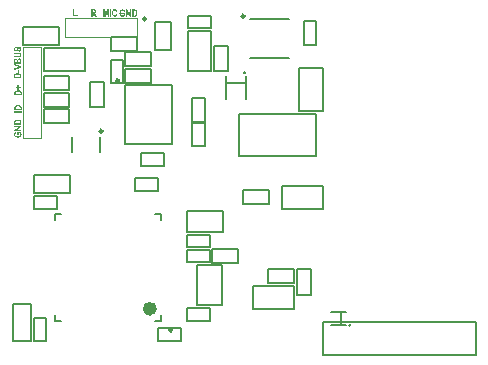
<source format=gto>
G04 Layer_Color=65535*
%FSLAX43Y43*%
%MOMM*%
G71*
G01*
G75*
%ADD13C,0.200*%
%ADD14C,0.250*%
%ADD54C,0.600*%
%ADD55C,0.150*%
%ADD56C,0.100*%
%ADD57C,0.203*%
%ADD58C,0.152*%
G36*
X-44073Y9678D02*
Y9565D01*
X-44698Y9383D01*
Y9495D01*
X-44235Y9625D01*
X-44698Y9749D01*
Y9860D01*
X-44073Y9678D01*
D02*
G37*
G36*
X-39578Y14024D02*
X-39321D01*
Y13919D01*
X-39682D01*
Y14539D01*
X-39578D01*
Y14024D01*
D02*
G37*
G36*
X-37908Y14510D02*
X-37900D01*
X-37882Y14509D01*
X-37863Y14506D01*
X-37843Y14503D01*
X-37825Y14499D01*
X-37816Y14496D01*
X-37809Y14493D01*
X-37807Y14492D01*
X-37802Y14490D01*
X-37796Y14486D01*
X-37788Y14479D01*
X-37778Y14472D01*
X-37769Y14462D01*
X-37759Y14450D01*
X-37750Y14435D01*
X-37749Y14433D01*
X-37746Y14427D01*
X-37742Y14418D01*
X-37738Y14407D01*
X-37734Y14392D01*
X-37730Y14375D01*
X-37728Y14356D01*
X-37727Y14335D01*
Y14334D01*
Y14332D01*
Y14328D01*
X-37728Y14323D01*
Y14317D01*
X-37729Y14309D01*
X-37731Y14292D01*
X-37735Y14274D01*
X-37741Y14255D01*
X-37751Y14235D01*
X-37763Y14217D01*
Y14216D01*
X-37765Y14215D01*
X-37769Y14209D01*
X-37778Y14202D01*
X-37789Y14194D01*
X-37802Y14183D01*
X-37820Y14174D01*
X-37839Y14167D01*
X-37863Y14161D01*
X-37861Y14160D01*
X-37857Y14157D01*
X-37851Y14152D01*
X-37843Y14146D01*
X-37835Y14138D01*
X-37826Y14129D01*
X-37816Y14119D01*
X-37808Y14109D01*
X-37807Y14108D01*
X-37804Y14103D01*
X-37799Y14096D01*
X-37792Y14085D01*
X-37784Y14072D01*
X-37779Y14063D01*
X-37774Y14054D01*
X-37768Y14044D01*
X-37762Y14033D01*
X-37755Y14020D01*
X-37749Y14007D01*
X-37686Y13886D01*
X-37811D01*
X-37885Y14022D01*
Y14023D01*
X-37887Y14025D01*
X-37888Y14029D01*
X-37891Y14034D01*
X-37895Y14039D01*
X-37899Y14046D01*
X-37907Y14060D01*
X-37916Y14076D01*
X-37925Y14092D01*
X-37929Y14098D01*
X-37934Y14104D01*
X-37937Y14109D01*
X-37940Y14113D01*
X-37941Y14114D01*
X-37943Y14116D01*
X-37946Y14120D01*
X-37949Y14123D01*
X-37959Y14132D01*
X-37964Y14136D01*
X-37971Y14139D01*
X-37972D01*
X-37974Y14140D01*
X-37977Y14142D01*
X-37983Y14143D01*
X-37990Y14145D01*
X-37999Y14146D01*
X-38010Y14146D01*
X-38043D01*
Y13886D01*
X-38146D01*
Y14511D01*
X-37914D01*
X-37908Y14510D01*
D02*
G37*
G36*
X-44241Y11337D02*
X-44234Y11336D01*
X-44226Y11335D01*
X-44217Y11333D01*
X-44207Y11331D01*
X-44185Y11326D01*
X-44162Y11317D01*
X-44151Y11311D01*
X-44140Y11304D01*
X-44129Y11296D01*
X-44118Y11287D01*
X-44117Y11286D01*
X-44115Y11284D01*
X-44113Y11281D01*
X-44109Y11278D01*
X-44105Y11272D01*
X-44100Y11266D01*
X-44095Y11257D01*
X-44091Y11249D01*
X-44085Y11239D01*
X-44081Y11227D01*
X-44076Y11214D01*
X-44071Y11200D01*
X-44068Y11184D01*
X-44066Y11168D01*
X-44064Y11150D01*
X-44063Y11131D01*
Y11130D01*
Y11129D01*
Y11126D01*
Y11122D01*
X-44065Y11113D01*
X-44067Y11101D01*
X-44070Y11086D01*
X-44074Y11070D01*
X-44081Y11052D01*
X-44090Y11034D01*
X-44101Y11015D01*
X-44116Y10997D01*
X-44132Y10979D01*
X-44143Y10971D01*
X-44154Y10962D01*
X-44166Y10955D01*
X-44178Y10949D01*
X-44192Y10942D01*
X-44206Y10936D01*
X-44223Y10931D01*
X-44240Y10926D01*
X-44258Y10924D01*
X-44278Y10921D01*
X-44290Y11022D01*
X-44289D01*
X-44284Y11023D01*
X-44279Y11024D01*
X-44271Y11025D01*
X-44262Y11028D01*
X-44252Y11032D01*
X-44241Y11036D01*
X-44230Y11042D01*
X-44218Y11048D01*
X-44207Y11056D01*
X-44197Y11065D01*
X-44188Y11076D01*
X-44181Y11088D01*
X-44175Y11101D01*
X-44170Y11117D01*
X-44169Y11134D01*
Y11134D01*
Y11135D01*
Y11141D01*
X-44170Y11149D01*
X-44172Y11160D01*
X-44175Y11171D01*
X-44180Y11183D01*
X-44185Y11195D01*
X-44193Y11207D01*
X-44194Y11207D01*
X-44198Y11211D01*
X-44204Y11216D01*
X-44210Y11220D01*
X-44219Y11226D01*
X-44230Y11230D01*
X-44242Y11233D01*
X-44255Y11234D01*
X-44258D01*
X-44262Y11233D01*
X-44267D01*
X-44279Y11230D01*
X-44285Y11228D01*
X-44291Y11224D01*
X-44292D01*
X-44293Y11222D01*
X-44299Y11217D01*
X-44303Y11213D01*
X-44307Y11208D01*
X-44311Y11202D01*
X-44315Y11195D01*
X-44316Y11195D01*
X-44316Y11192D01*
X-44319Y11185D01*
X-44323Y11177D01*
X-44325Y11171D01*
X-44327Y11165D01*
X-44329Y11158D01*
X-44332Y11148D01*
X-44336Y11139D01*
X-44340Y11128D01*
X-44343Y11116D01*
X-44347Y11103D01*
Y11102D01*
X-44348Y11100D01*
X-44349Y11097D01*
X-44351Y11092D01*
X-44353Y11086D01*
X-44354Y11081D01*
X-44360Y11066D01*
X-44366Y11050D01*
X-44374Y11034D01*
X-44382Y11019D01*
X-44390Y11006D01*
X-44391Y11005D01*
X-44395Y11001D01*
X-44400Y10996D01*
X-44407Y10988D01*
X-44415Y10981D01*
X-44426Y10973D01*
X-44438Y10964D01*
X-44451Y10957D01*
X-44453Y10956D01*
X-44458Y10954D01*
X-44466Y10951D01*
X-44476Y10949D01*
X-44488Y10945D01*
X-44502Y10942D01*
X-44518Y10940D01*
X-44534Y10939D01*
X-44542D01*
X-44552Y10940D01*
X-44564Y10942D01*
X-44578Y10945D01*
X-44594Y10950D01*
X-44610Y10955D01*
X-44625Y10962D01*
X-44626D01*
X-44627Y10963D01*
X-44632Y10967D01*
X-44639Y10972D01*
X-44648Y10979D01*
X-44659Y10988D01*
X-44669Y10999D01*
X-44679Y11011D01*
X-44687Y11026D01*
Y11027D01*
X-44688Y11028D01*
X-44691Y11034D01*
X-44694Y11043D01*
X-44698Y11055D01*
X-44702Y11070D01*
X-44705Y11086D01*
X-44708Y11107D01*
X-44708Y11128D01*
Y11129D01*
Y11132D01*
Y11136D01*
X-44708Y11143D01*
X-44707Y11150D01*
X-44706Y11159D01*
X-44705Y11169D01*
X-44702Y11180D01*
X-44696Y11202D01*
X-44687Y11226D01*
X-44682Y11237D01*
X-44675Y11249D01*
X-44668Y11259D01*
X-44659Y11269D01*
X-44658Y11270D01*
X-44657Y11271D01*
X-44653Y11274D01*
X-44649Y11278D01*
X-44645Y11281D01*
X-44638Y11286D01*
X-44631Y11291D01*
X-44622Y11295D01*
X-44613Y11300D01*
X-44603Y11305D01*
X-44591Y11310D01*
X-44579Y11314D01*
X-44565Y11318D01*
X-44551Y11320D01*
X-44536Y11323D01*
X-44519Y11324D01*
X-44513Y11220D01*
X-44515D01*
X-44518Y11220D01*
X-44522Y11219D01*
X-44530Y11217D01*
X-44541Y11214D01*
X-44552Y11209D01*
X-44564Y11205D01*
X-44574Y11198D01*
X-44584Y11190D01*
X-44585Y11189D01*
X-44586Y11186D01*
X-44590Y11181D01*
X-44594Y11173D01*
X-44598Y11164D01*
X-44601Y11153D01*
X-44603Y11140D01*
X-44604Y11125D01*
Y11123D01*
Y11119D01*
X-44603Y11110D01*
X-44602Y11101D01*
X-44599Y11091D01*
X-44597Y11081D01*
X-44592Y11070D01*
X-44586Y11060D01*
X-44586Y11060D01*
X-44584Y11057D01*
X-44580Y11053D01*
X-44574Y11049D01*
X-44568Y11046D01*
X-44561Y11042D01*
X-44552Y11039D01*
X-44543Y11038D01*
X-44539D01*
X-44535Y11039D01*
X-44528Y11041D01*
X-44522Y11043D01*
X-44515Y11047D01*
X-44508Y11052D01*
X-44501Y11059D01*
X-44500Y11060D01*
X-44499Y11063D01*
X-44495Y11069D01*
X-44490Y11078D01*
X-44487Y11085D01*
X-44484Y11091D01*
X-44481Y11098D01*
X-44477Y11108D01*
X-44474Y11117D01*
X-44470Y11128D01*
X-44466Y11140D01*
X-44463Y11153D01*
Y11154D01*
X-44462Y11157D01*
X-44461Y11160D01*
X-44459Y11166D01*
X-44456Y11172D01*
X-44454Y11180D01*
X-44448Y11196D01*
X-44440Y11215D01*
X-44433Y11233D01*
X-44424Y11251D01*
X-44419Y11259D01*
X-44414Y11266D01*
X-44414Y11268D01*
X-44410Y11271D01*
X-44405Y11278D01*
X-44398Y11286D01*
X-44389Y11294D01*
X-44377Y11304D01*
X-44365Y11312D01*
X-44351Y11319D01*
X-44349Y11320D01*
X-44343Y11322D01*
X-44335Y11325D01*
X-44324Y11329D01*
X-44310Y11332D01*
X-44293Y11335D01*
X-44275Y11337D01*
X-44255Y11338D01*
X-44247D01*
X-44241Y11337D01*
D02*
G37*
G36*
X-44328Y10838D02*
X-44315D01*
X-44300Y10837D01*
X-44270Y10835D01*
X-44241Y10833D01*
X-44226Y10831D01*
X-44212Y10829D01*
X-44199Y10827D01*
X-44188Y10825D01*
X-44187D01*
X-44185Y10824D01*
X-44182Y10823D01*
X-44179Y10822D01*
X-44169Y10818D01*
X-44156Y10812D01*
X-44142Y10803D01*
X-44126Y10793D01*
X-44111Y10780D01*
X-44097Y10764D01*
Y10763D01*
X-44095Y10762D01*
X-44095Y10759D01*
X-44092Y10755D01*
X-44089Y10751D01*
X-44086Y10745D01*
X-44083Y10738D01*
X-44081Y10730D01*
X-44074Y10713D01*
X-44069Y10692D01*
X-44065Y10668D01*
X-44063Y10640D01*
Y10639D01*
Y10636D01*
Y10632D01*
X-44064Y10627D01*
Y10619D01*
X-44065Y10612D01*
X-44067Y10594D01*
X-44071Y10574D01*
X-44075Y10553D01*
X-44083Y10533D01*
X-44092Y10514D01*
Y10513D01*
X-44093Y10512D01*
X-44097Y10507D01*
X-44104Y10498D01*
X-44113Y10489D01*
X-44124Y10478D01*
X-44138Y10467D01*
X-44154Y10457D01*
X-44172Y10448D01*
X-44173D01*
X-44175Y10448D01*
X-44178Y10447D01*
X-44182Y10446D01*
X-44189Y10444D01*
X-44196Y10442D01*
X-44206Y10440D01*
X-44216Y10439D01*
X-44229Y10437D01*
X-44242Y10435D01*
X-44258Y10434D01*
X-44276Y10432D01*
X-44295Y10431D01*
X-44316Y10430D01*
X-44340Y10429D01*
X-44698D01*
Y10533D01*
X-44334D01*
X-44317Y10533D01*
X-44301D01*
X-44283Y10534D01*
X-44268Y10535D01*
X-44263D01*
X-44257Y10536D01*
X-44255D01*
X-44251Y10538D01*
X-44243Y10540D01*
X-44234Y10543D01*
X-44223Y10547D01*
X-44213Y10553D01*
X-44203Y10559D01*
X-44193Y10569D01*
X-44193Y10570D01*
X-44190Y10573D01*
X-44186Y10579D01*
X-44182Y10587D01*
X-44179Y10596D01*
X-44175Y10608D01*
X-44172Y10622D01*
X-44171Y10637D01*
Y10639D01*
Y10644D01*
X-44172Y10650D01*
X-44173Y10658D01*
X-44175Y10668D01*
X-44178Y10677D01*
X-44181Y10686D01*
X-44187Y10695D01*
X-44188Y10696D01*
X-44190Y10699D01*
X-44193Y10703D01*
X-44198Y10707D01*
X-44205Y10713D01*
X-44212Y10717D01*
X-44220Y10722D01*
X-44230Y10726D01*
X-44232D01*
X-44236Y10728D01*
X-44240D01*
X-44244Y10729D01*
X-44250Y10729D01*
X-44256Y10730D01*
X-44264Y10731D01*
X-44273Y10732D01*
X-44283Y10733D01*
X-44294D01*
X-44306Y10734D01*
X-44320Y10735D01*
X-44698D01*
Y10839D01*
X-44340D01*
X-44328Y10838D01*
D02*
G37*
G36*
X-44243Y10342D02*
X-44237D01*
X-44230Y10341D01*
X-44215Y10339D01*
X-44196Y10335D01*
X-44177Y10329D01*
X-44157Y10321D01*
X-44139Y10310D01*
X-44138D01*
X-44137Y10308D01*
X-44132Y10304D01*
X-44123Y10297D01*
X-44114Y10288D01*
X-44104Y10276D01*
X-44095Y10263D01*
X-44086Y10248D01*
X-44081Y10232D01*
Y10230D01*
X-44080Y10228D01*
Y10226D01*
X-44079Y10221D01*
Y10216D01*
X-44078Y10210D01*
X-44077Y10202D01*
X-44076Y10193D01*
Y10183D01*
X-44075Y10171D01*
X-44074Y10157D01*
Y10142D01*
X-44073Y10126D01*
Y10107D01*
Y10087D01*
Y9913D01*
X-44698D01*
Y10118D01*
Y10119D01*
Y10122D01*
Y10127D01*
Y10132D01*
Y10139D01*
X-44697Y10147D01*
X-44696Y10165D01*
X-44695Y10184D01*
X-44692Y10203D01*
X-44688Y10222D01*
X-44685Y10229D01*
X-44683Y10237D01*
X-44682Y10239D01*
X-44680Y10242D01*
X-44675Y10249D01*
X-44670Y10257D01*
X-44662Y10265D01*
X-44653Y10276D01*
X-44642Y10285D01*
X-44628Y10294D01*
X-44626Y10295D01*
X-44622Y10298D01*
X-44613Y10301D01*
X-44603Y10306D01*
X-44590Y10311D01*
X-44575Y10314D01*
X-44559Y10317D01*
X-44541Y10318D01*
X-44534D01*
X-44524Y10317D01*
X-44514Y10315D01*
X-44501Y10313D01*
X-44487Y10310D01*
X-44473Y10304D01*
X-44459Y10298D01*
X-44457Y10297D01*
X-44453Y10294D01*
X-44447Y10289D01*
X-44438Y10284D01*
X-44430Y10276D01*
X-44421Y10267D01*
X-44413Y10257D01*
X-44405Y10245D01*
Y10246D01*
X-44404Y10247D01*
X-44402Y10252D01*
X-44398Y10261D01*
X-44392Y10272D01*
X-44385Y10283D01*
X-44376Y10295D01*
X-44364Y10307D01*
X-44350Y10317D01*
X-44348Y10318D01*
X-44343Y10321D01*
X-44335Y10325D01*
X-44323Y10330D01*
X-44309Y10335D01*
X-44293Y10339D01*
X-44275Y10342D01*
X-44255Y10343D01*
X-44248D01*
X-44243Y10342D01*
D02*
G37*
G36*
X-35501Y14504D02*
X-35494Y14503D01*
X-35485Y14502D01*
X-35474Y14501D01*
X-35464Y14499D01*
X-35440Y14494D01*
X-35416Y14485D01*
X-35404Y14480D01*
X-35392Y14473D01*
X-35380Y14466D01*
X-35370Y14458D01*
X-35369Y14457D01*
X-35367Y14456D01*
X-35364Y14453D01*
X-35361Y14449D01*
X-35357Y14444D01*
X-35352Y14438D01*
X-35346Y14431D01*
X-35340Y14422D01*
X-35334Y14413D01*
X-35328Y14403D01*
X-35322Y14392D01*
X-35316Y14380D01*
X-35311Y14366D01*
X-35305Y14352D01*
X-35302Y14336D01*
X-35298Y14320D01*
X-35401Y14297D01*
Y14298D01*
X-35401Y14299D01*
X-35403Y14305D01*
X-35406Y14313D01*
X-35411Y14324D01*
X-35416Y14335D01*
X-35424Y14348D01*
X-35433Y14360D01*
X-35443Y14371D01*
X-35444Y14372D01*
X-35449Y14374D01*
X-35455Y14379D01*
X-35463Y14384D01*
X-35474Y14388D01*
X-35487Y14393D01*
X-35500Y14396D01*
X-35516Y14397D01*
X-35523D01*
X-35527Y14396D01*
X-35533Y14395D01*
X-35539Y14394D01*
X-35554Y14390D01*
X-35572Y14384D01*
X-35589Y14374D01*
X-35598Y14369D01*
X-35607Y14362D01*
X-35615Y14354D01*
X-35623Y14345D01*
Y14344D01*
X-35625Y14342D01*
X-35627Y14339D01*
X-35630Y14335D01*
X-35633Y14330D01*
X-35636Y14323D01*
X-35640Y14315D01*
X-35644Y14306D01*
X-35647Y14296D01*
X-35651Y14285D01*
X-35655Y14272D01*
X-35658Y14258D01*
X-35660Y14242D01*
X-35662Y14225D01*
X-35663Y14208D01*
X-35664Y14189D01*
Y14188D01*
Y14184D01*
Y14177D01*
X-35663Y14170D01*
Y14161D01*
X-35661Y14150D01*
X-35660Y14138D01*
X-35658Y14126D01*
X-35653Y14098D01*
X-35646Y14069D01*
X-35634Y14041D01*
X-35628Y14029D01*
X-35621Y14017D01*
X-35620Y14017D01*
X-35619Y14016D01*
X-35613Y14010D01*
X-35605Y14002D01*
X-35594Y13992D01*
X-35579Y13983D01*
X-35560Y13975D01*
X-35540Y13969D01*
X-35529Y13968D01*
X-35517Y13968D01*
X-35511D01*
X-35506Y13968D01*
X-35499Y13969D01*
X-35489Y13971D01*
X-35478Y13973D01*
X-35467Y13977D01*
X-35455Y13981D01*
X-35453Y13982D01*
X-35450Y13984D01*
X-35443Y13987D01*
X-35435Y13992D01*
X-35426Y13997D01*
X-35416Y14004D01*
X-35406Y14011D01*
X-35396Y14020D01*
Y14099D01*
X-35514D01*
Y14204D01*
X-35291D01*
Y13956D01*
X-35293Y13954D01*
X-35298Y13949D01*
X-35305Y13942D01*
X-35316Y13932D01*
X-35330Y13921D01*
X-35346Y13910D01*
X-35365Y13898D01*
X-35388Y13887D01*
X-35389D01*
X-35390Y13886D01*
X-35394Y13884D01*
X-35398Y13882D01*
X-35404Y13881D01*
X-35411Y13879D01*
X-35426Y13873D01*
X-35445Y13869D01*
X-35466Y13864D01*
X-35488Y13860D01*
X-35511Y13859D01*
X-35519D01*
X-35524Y13860D01*
X-35531D01*
X-35538Y13861D01*
X-35548Y13862D01*
X-35557Y13864D01*
X-35577Y13869D01*
X-35600Y13875D01*
X-35623Y13884D01*
X-35646Y13896D01*
X-35646Y13897D01*
X-35648Y13898D01*
X-35651Y13900D01*
X-35655Y13904D01*
X-35666Y13912D01*
X-35679Y13924D01*
X-35694Y13940D01*
X-35709Y13959D01*
X-35724Y13981D01*
X-35738Y14007D01*
Y14008D01*
X-35740Y14011D01*
X-35741Y14015D01*
X-35744Y14020D01*
X-35745Y14028D01*
X-35748Y14036D01*
X-35752Y14046D01*
X-35755Y14057D01*
X-35757Y14069D01*
X-35761Y14083D01*
X-35764Y14097D01*
X-35766Y14113D01*
X-35769Y14146D01*
X-35771Y14182D01*
Y14183D01*
Y14187D01*
Y14192D01*
X-35770Y14200D01*
Y14208D01*
X-35769Y14219D01*
X-35769Y14230D01*
X-35767Y14243D01*
X-35763Y14271D01*
X-35756Y14300D01*
X-35748Y14330D01*
X-35737Y14359D01*
Y14360D01*
X-35735Y14362D01*
X-35733Y14366D01*
X-35731Y14371D01*
X-35728Y14377D01*
X-35723Y14384D01*
X-35713Y14399D01*
X-35700Y14418D01*
X-35685Y14435D01*
X-35668Y14453D01*
X-35648Y14468D01*
X-35647D01*
X-35646Y14470D01*
X-35643Y14471D01*
X-35638Y14473D01*
X-35634Y14476D01*
X-35627Y14480D01*
X-35620Y14483D01*
X-35611Y14486D01*
X-35592Y14493D01*
X-35570Y14499D01*
X-35545Y14503D01*
X-35517Y14505D01*
X-35508D01*
X-35501Y14504D01*
D02*
G37*
G36*
X-34787Y13870D02*
X-34891D01*
X-35097Y14276D01*
Y13870D01*
X-35193D01*
Y14495D01*
X-35094D01*
X-34883Y14077D01*
Y14495D01*
X-34787D01*
Y13870D01*
D02*
G37*
G36*
X-34473Y14494D02*
X-34467D01*
X-34451Y14493D01*
X-34433Y14491D01*
X-34416Y14487D01*
X-34398Y14483D01*
X-34384Y14478D01*
X-34382Y14477D01*
X-34377Y14475D01*
X-34371Y14470D01*
X-34361Y14465D01*
X-34351Y14458D01*
X-34339Y14448D01*
X-34328Y14437D01*
X-34316Y14424D01*
X-34314Y14422D01*
X-34310Y14418D01*
X-34305Y14409D01*
X-34298Y14397D01*
X-34290Y14384D01*
X-34282Y14367D01*
X-34274Y14348D01*
X-34267Y14325D01*
Y14324D01*
X-34266Y14323D01*
X-34265Y14319D01*
X-34264Y14314D01*
X-34263Y14309D01*
X-34261Y14301D01*
X-34260Y14293D01*
X-34258Y14284D01*
X-34257Y14274D01*
X-34255Y14262D01*
X-34253Y14250D01*
X-34252Y14237D01*
X-34250Y14208D01*
X-34249Y14176D01*
Y14175D01*
Y14172D01*
Y14167D01*
Y14162D01*
X-34250Y14155D01*
Y14147D01*
X-34251Y14138D01*
Y14127D01*
X-34254Y14105D01*
X-34257Y14081D01*
X-34261Y14057D01*
X-34268Y14034D01*
Y14033D01*
X-34269Y14031D01*
X-34270Y14029D01*
X-34272Y14024D01*
X-34275Y14013D01*
X-34281Y14000D01*
X-34287Y13984D01*
X-34296Y13968D01*
X-34305Y13953D01*
X-34315Y13939D01*
X-34316Y13937D01*
X-34320Y13933D01*
X-34326Y13927D01*
X-34334Y13919D01*
X-34344Y13911D01*
X-34355Y13903D01*
X-34368Y13894D01*
X-34383Y13887D01*
X-34384Y13886D01*
X-34390Y13884D01*
X-34398Y13882D01*
X-34410Y13879D01*
X-34425Y13875D01*
X-34443Y13872D01*
X-34463Y13870D01*
X-34485Y13870D01*
X-34679D01*
Y14495D01*
X-34479D01*
X-34473Y14494D01*
D02*
G37*
G36*
X-36148Y14520D02*
X-36141Y14519D01*
X-36132Y14518D01*
X-36123Y14516D01*
X-36113Y14513D01*
X-36090Y14506D01*
X-36078Y14501D01*
X-36066Y14496D01*
X-36054Y14489D01*
X-36042Y14480D01*
X-36030Y14471D01*
X-36019Y14461D01*
X-36018D01*
X-36017Y14459D01*
X-36015Y14456D01*
X-36012Y14453D01*
X-36009Y14449D01*
X-36005Y14443D01*
X-36000Y14437D01*
X-35996Y14429D01*
X-35991Y14421D01*
X-35985Y14413D01*
X-35981Y14403D01*
X-35975Y14391D01*
X-35971Y14378D01*
X-35966Y14366D01*
X-35961Y14352D01*
X-35958Y14337D01*
X-36060Y14307D01*
Y14308D01*
X-36061Y14309D01*
Y14312D01*
X-36062Y14316D01*
X-36065Y14325D01*
X-36069Y14336D01*
X-36074Y14349D01*
X-36082Y14362D01*
X-36090Y14374D01*
X-36100Y14385D01*
X-36101Y14386D01*
X-36105Y14390D01*
X-36111Y14394D01*
X-36119Y14399D01*
X-36130Y14404D01*
X-36141Y14408D01*
X-36154Y14412D01*
X-36168Y14413D01*
X-36174D01*
X-36178Y14412D01*
X-36188Y14410D01*
X-36201Y14406D01*
X-36216Y14401D01*
X-36231Y14391D01*
X-36239Y14386D01*
X-36246Y14379D01*
X-36254Y14372D01*
X-36261Y14363D01*
Y14362D01*
X-36263Y14361D01*
X-36264Y14357D01*
X-36266Y14354D01*
X-36269Y14348D01*
X-36272Y14342D01*
X-36275Y14333D01*
X-36278Y14324D01*
X-36282Y14314D01*
X-36285Y14302D01*
X-36288Y14288D01*
X-36291Y14273D01*
X-36292Y14257D01*
X-36294Y14240D01*
X-36296Y14220D01*
Y14200D01*
Y14199D01*
Y14194D01*
Y14189D01*
X-36295Y14181D01*
Y14171D01*
X-36294Y14160D01*
X-36293Y14148D01*
X-36291Y14135D01*
X-36288Y14108D01*
X-36281Y14080D01*
X-36278Y14067D01*
X-36273Y14054D01*
X-36267Y14043D01*
X-36262Y14033D01*
Y14032D01*
X-36260Y14031D01*
X-36255Y14025D01*
X-36248Y14017D01*
X-36237Y14009D01*
X-36224Y13999D01*
X-36209Y13991D01*
X-36191Y13986D01*
X-36181Y13985D01*
X-36171Y13984D01*
X-36169D01*
X-36165Y13985D01*
X-36156Y13986D01*
X-36147Y13987D01*
X-36136Y13991D01*
X-36124Y13997D01*
X-36112Y14005D01*
X-36101Y14015D01*
X-36100Y14017D01*
X-36096Y14022D01*
X-36091Y14029D01*
X-36084Y14040D01*
X-36077Y14054D01*
X-36070Y14072D01*
X-36063Y14092D01*
X-36058Y14117D01*
X-35957Y14078D01*
Y14077D01*
X-35958Y14073D01*
X-35960Y14068D01*
X-35961Y14060D01*
X-35964Y14052D01*
X-35967Y14042D01*
X-35971Y14031D01*
X-35975Y14019D01*
X-35986Y13994D01*
X-36000Y13968D01*
X-36016Y13944D01*
X-36025Y13934D01*
X-36035Y13924D01*
X-36036Y13923D01*
X-36038Y13922D01*
X-36041Y13919D01*
X-36046Y13916D01*
X-36050Y13913D01*
X-36057Y13909D01*
X-36064Y13904D01*
X-36072Y13900D01*
X-36082Y13895D01*
X-36092Y13890D01*
X-36115Y13883D01*
X-36141Y13877D01*
X-36155Y13876D01*
X-36169Y13876D01*
X-36174D01*
X-36179Y13876D01*
X-36186D01*
X-36194Y13878D01*
X-36205Y13879D01*
X-36216Y13882D01*
X-36228Y13885D01*
X-36241Y13889D01*
X-36254Y13894D01*
X-36266Y13900D01*
X-36280Y13908D01*
X-36294Y13917D01*
X-36307Y13927D01*
X-36320Y13938D01*
X-36332Y13952D01*
X-36333Y13953D01*
X-36335Y13956D01*
X-36339Y13962D01*
X-36343Y13969D01*
X-36349Y13977D01*
X-36354Y13988D01*
X-36361Y14001D01*
X-36367Y14016D01*
X-36375Y14032D01*
X-36381Y14050D01*
X-36387Y14070D01*
X-36392Y14091D01*
X-36397Y14114D01*
X-36401Y14139D01*
X-36402Y14165D01*
X-36403Y14193D01*
Y14194D01*
Y14194D01*
Y14200D01*
X-36402Y14208D01*
Y14219D01*
X-36401Y14232D01*
X-36400Y14248D01*
X-36397Y14265D01*
X-36394Y14283D01*
X-36390Y14304D01*
X-36386Y14324D01*
X-36380Y14344D01*
X-36373Y14366D01*
X-36364Y14386D01*
X-36355Y14405D01*
X-36344Y14425D01*
X-36331Y14442D01*
X-36330Y14443D01*
X-36328Y14446D01*
X-36325Y14450D01*
X-36320Y14454D01*
X-36314Y14461D01*
X-36306Y14467D01*
X-36297Y14475D01*
X-36287Y14482D01*
X-36276Y14489D01*
X-36263Y14496D01*
X-36249Y14502D01*
X-36234Y14509D01*
X-36217Y14513D01*
X-36201Y14517D01*
X-36182Y14520D01*
X-36163Y14521D01*
X-36155D01*
X-36148Y14520D01*
D02*
G37*
G36*
X-36686Y13886D02*
X-36782D01*
Y14378D01*
X-36886Y13886D01*
X-36985D01*
X-37087Y14378D01*
Y13886D01*
X-37183D01*
Y14511D01*
X-37028D01*
X-36935Y14083D01*
X-36842Y14511D01*
X-36686D01*
Y13886D01*
D02*
G37*
G36*
X-36484D02*
X-36587D01*
Y14511D01*
X-36484D01*
Y13886D01*
D02*
G37*
G36*
X-44327Y7645D02*
X-44319D01*
X-44309Y7644D01*
X-44299D01*
X-44277Y7641D01*
X-44253Y7638D01*
X-44229Y7634D01*
X-44206Y7627D01*
X-44205D01*
X-44203Y7626D01*
X-44200Y7625D01*
X-44196Y7624D01*
X-44185Y7620D01*
X-44172Y7614D01*
X-44156Y7608D01*
X-44140Y7600D01*
X-44125Y7590D01*
X-44111Y7580D01*
X-44109Y7579D01*
X-44105Y7575D01*
X-44099Y7569D01*
X-44091Y7562D01*
X-44083Y7551D01*
X-44075Y7540D01*
X-44066Y7527D01*
X-44059Y7513D01*
X-44058Y7511D01*
X-44056Y7505D01*
X-44053Y7497D01*
X-44051Y7485D01*
X-44047Y7470D01*
X-44044Y7452D01*
X-44042Y7432D01*
X-44041Y7410D01*
Y7216D01*
X-44666D01*
Y7404D01*
Y7405D01*
Y7407D01*
Y7411D01*
Y7416D01*
X-44665Y7422D01*
Y7428D01*
X-44664Y7444D01*
X-44663Y7462D01*
X-44659Y7479D01*
X-44655Y7497D01*
X-44650Y7512D01*
X-44649Y7514D01*
X-44647Y7518D01*
X-44642Y7525D01*
X-44637Y7534D01*
X-44629Y7544D01*
X-44620Y7556D01*
X-44609Y7567D01*
X-44596Y7579D01*
X-44594Y7581D01*
X-44590Y7585D01*
X-44581Y7590D01*
X-44569Y7597D01*
X-44555Y7605D01*
X-44539Y7613D01*
X-44519Y7621D01*
X-44497Y7628D01*
X-44496D01*
X-44494Y7629D01*
X-44491Y7630D01*
X-44486Y7631D01*
X-44480Y7632D01*
X-44473Y7634D01*
X-44465Y7636D01*
X-44456Y7637D01*
X-44445Y7638D01*
X-44434Y7640D01*
X-44422Y7642D01*
X-44408Y7643D01*
X-44380Y7645D01*
X-44347Y7646D01*
X-44333D01*
X-44327Y7645D01*
D02*
G37*
G36*
X-44260Y9147D02*
X-44381D01*
Y9341D01*
X-44260D01*
Y9147D01*
D02*
G37*
G36*
X-44073Y4524D02*
X-44480Y4318D01*
X-44073D01*
Y4222D01*
X-44698D01*
Y4321D01*
X-44280Y4532D01*
X-44698D01*
Y4628D01*
X-44073D01*
Y4524D01*
D02*
G37*
G36*
X-44157Y4122D02*
X-44153Y4117D01*
X-44145Y4110D01*
X-44136Y4099D01*
X-44125Y4085D01*
X-44114Y4069D01*
X-44102Y4050D01*
X-44091Y4027D01*
Y4026D01*
X-44090Y4025D01*
X-44088Y4021D01*
X-44086Y4017D01*
X-44084Y4011D01*
X-44083Y4004D01*
X-44077Y3989D01*
X-44072Y3970D01*
X-44068Y3949D01*
X-44064Y3927D01*
X-44063Y3903D01*
Y3903D01*
Y3900D01*
Y3896D01*
X-44064Y3891D01*
Y3884D01*
X-44065Y3877D01*
X-44066Y3867D01*
X-44068Y3858D01*
X-44072Y3838D01*
X-44079Y3815D01*
X-44088Y3792D01*
X-44100Y3769D01*
X-44101Y3768D01*
X-44102Y3767D01*
X-44104Y3764D01*
X-44108Y3760D01*
X-44116Y3749D01*
X-44128Y3736D01*
X-44144Y3721D01*
X-44163Y3706D01*
X-44185Y3691D01*
X-44211Y3677D01*
X-44212D01*
X-44215Y3675D01*
X-44218Y3674D01*
X-44224Y3671D01*
X-44231Y3670D01*
X-44240Y3667D01*
X-44250Y3663D01*
X-44261Y3660D01*
X-44273Y3658D01*
X-44287Y3654D01*
X-44301Y3651D01*
X-44316Y3649D01*
X-44350Y3646D01*
X-44386Y3644D01*
X-44396D01*
X-44403Y3645D01*
X-44412D01*
X-44423Y3646D01*
X-44434Y3646D01*
X-44447Y3648D01*
X-44475Y3652D01*
X-44504Y3658D01*
X-44534Y3667D01*
X-44562Y3678D01*
X-44563D01*
X-44566Y3680D01*
X-44570Y3682D01*
X-44574Y3684D01*
X-44581Y3687D01*
X-44587Y3692D01*
X-44603Y3702D01*
X-44622Y3715D01*
X-44639Y3730D01*
X-44657Y3747D01*
X-44671Y3767D01*
Y3768D01*
X-44673Y3769D01*
X-44675Y3772D01*
X-44677Y3777D01*
X-44680Y3781D01*
X-44684Y3788D01*
X-44686Y3795D01*
X-44690Y3804D01*
X-44696Y3823D01*
X-44703Y3845D01*
X-44707Y3870D01*
X-44708Y3898D01*
Y3899D01*
Y3902D01*
Y3907D01*
X-44708Y3914D01*
X-44707Y3921D01*
X-44706Y3930D01*
X-44705Y3940D01*
X-44703Y3951D01*
X-44697Y3975D01*
X-44689Y3999D01*
X-44684Y4011D01*
X-44677Y4023D01*
X-44670Y4035D01*
X-44661Y4045D01*
X-44660Y4046D01*
X-44659Y4048D01*
X-44657Y4050D01*
X-44653Y4054D01*
X-44647Y4058D01*
X-44642Y4063D01*
X-44635Y4069D01*
X-44626Y4075D01*
X-44617Y4081D01*
X-44607Y4087D01*
X-44596Y4093D01*
X-44584Y4099D01*
X-44570Y4104D01*
X-44556Y4110D01*
X-44540Y4113D01*
X-44524Y4117D01*
X-44500Y4014D01*
X-44501D01*
X-44502Y4013D01*
X-44509Y4012D01*
X-44517Y4009D01*
X-44528Y4004D01*
X-44539Y3999D01*
X-44552Y3991D01*
X-44564Y3982D01*
X-44574Y3972D01*
X-44575Y3971D01*
X-44578Y3966D01*
X-44583Y3960D01*
X-44587Y3952D01*
X-44592Y3940D01*
X-44597Y3928D01*
X-44599Y3915D01*
X-44600Y3899D01*
Y3898D01*
Y3896D01*
Y3892D01*
X-44599Y3888D01*
X-44598Y3882D01*
X-44598Y3876D01*
X-44594Y3861D01*
X-44587Y3843D01*
X-44578Y3826D01*
X-44573Y3817D01*
X-44566Y3808D01*
X-44558Y3800D01*
X-44549Y3792D01*
X-44548D01*
X-44546Y3790D01*
X-44543Y3788D01*
X-44539Y3785D01*
X-44534Y3782D01*
X-44527Y3779D01*
X-44519Y3775D01*
X-44510Y3771D01*
X-44500Y3768D01*
X-44488Y3764D01*
X-44475Y3760D01*
X-44462Y3757D01*
X-44446Y3755D01*
X-44429Y3753D01*
X-44412Y3752D01*
X-44392Y3751D01*
X-44381D01*
X-44374Y3752D01*
X-44365D01*
X-44353Y3754D01*
X-44341Y3755D01*
X-44329Y3756D01*
X-44302Y3762D01*
X-44273Y3769D01*
X-44245Y3780D01*
X-44233Y3787D01*
X-44221Y3794D01*
X-44220Y3795D01*
X-44219Y3796D01*
X-44214Y3802D01*
X-44206Y3810D01*
X-44196Y3821D01*
X-44187Y3836D01*
X-44179Y3854D01*
X-44173Y3875D01*
X-44172Y3886D01*
X-44171Y3898D01*
Y3899D01*
Y3903D01*
X-44172Y3909D01*
X-44173Y3916D01*
X-44175Y3926D01*
X-44177Y3937D01*
X-44181Y3948D01*
X-44185Y3960D01*
X-44186Y3962D01*
X-44188Y3965D01*
X-44191Y3972D01*
X-44195Y3980D01*
X-44201Y3989D01*
X-44207Y3999D01*
X-44215Y4009D01*
X-44224Y4019D01*
X-44303D01*
Y3901D01*
X-44408D01*
Y4124D01*
X-44159D01*
X-44157Y4122D01*
D02*
G37*
G36*
X-44327Y6387D02*
X-44319D01*
X-44309Y6386D01*
X-44299D01*
X-44277Y6383D01*
X-44253Y6380D01*
X-44229Y6376D01*
X-44206Y6369D01*
X-44205D01*
X-44203Y6368D01*
X-44200Y6367D01*
X-44196Y6365D01*
X-44185Y6362D01*
X-44172Y6356D01*
X-44156Y6350D01*
X-44140Y6341D01*
X-44125Y6332D01*
X-44111Y6322D01*
X-44109Y6321D01*
X-44105Y6317D01*
X-44099Y6311D01*
X-44091Y6303D01*
X-44083Y6293D01*
X-44075Y6282D01*
X-44066Y6269D01*
X-44059Y6254D01*
X-44058Y6253D01*
X-44056Y6247D01*
X-44053Y6239D01*
X-44051Y6227D01*
X-44047Y6212D01*
X-44044Y6194D01*
X-44042Y6174D01*
X-44041Y6152D01*
Y5958D01*
X-44666D01*
Y6146D01*
Y6147D01*
Y6149D01*
Y6153D01*
Y6158D01*
X-44665Y6164D01*
Y6170D01*
X-44664Y6186D01*
X-44663Y6204D01*
X-44659Y6221D01*
X-44655Y6239D01*
X-44650Y6253D01*
X-44649Y6255D01*
X-44647Y6260D01*
X-44642Y6266D01*
X-44637Y6276D01*
X-44629Y6286D01*
X-44620Y6298D01*
X-44609Y6309D01*
X-44596Y6321D01*
X-44594Y6323D01*
X-44590Y6326D01*
X-44581Y6332D01*
X-44569Y6339D01*
X-44555Y6347D01*
X-44539Y6355D01*
X-44519Y6363D01*
X-44497Y6370D01*
X-44496D01*
X-44494Y6371D01*
X-44491Y6372D01*
X-44486Y6373D01*
X-44480Y6374D01*
X-44473Y6376D01*
X-44465Y6377D01*
X-44456Y6379D01*
X-44445Y6380D01*
X-44434Y6382D01*
X-44422Y6384D01*
X-44408Y6385D01*
X-44380Y6387D01*
X-44347Y6388D01*
X-44333D01*
X-44327Y6387D01*
D02*
G37*
G36*
X-44041Y5756D02*
X-44666D01*
Y5860D01*
X-44041D01*
Y5756D01*
D02*
G37*
G36*
X-44380Y9089D02*
X-44371D01*
X-44362Y9088D01*
X-44352D01*
X-44330Y9085D01*
X-44306Y9083D01*
X-44282Y9078D01*
X-44259Y9071D01*
X-44258D01*
X-44256Y9071D01*
X-44253Y9070D01*
X-44248Y9068D01*
X-44237Y9064D01*
X-44224Y9058D01*
X-44209Y9052D01*
X-44193Y9044D01*
X-44177Y9034D01*
X-44163Y9024D01*
X-44162Y9023D01*
X-44158Y9020D01*
X-44151Y9013D01*
X-44144Y9006D01*
X-44136Y8996D01*
X-44127Y8985D01*
X-44119Y8972D01*
X-44112Y8957D01*
X-44111Y8955D01*
X-44109Y8949D01*
X-44106Y8941D01*
X-44103Y8929D01*
X-44100Y8914D01*
X-44097Y8897D01*
X-44095Y8876D01*
X-44094Y8854D01*
Y8660D01*
X-44719D01*
Y8849D01*
Y8850D01*
Y8851D01*
Y8855D01*
Y8861D01*
X-44718Y8866D01*
Y8873D01*
X-44717Y8888D01*
X-44715Y8906D01*
X-44712Y8923D01*
X-44708Y8941D01*
X-44702Y8956D01*
X-44701Y8958D01*
X-44700Y8962D01*
X-44695Y8969D01*
X-44689Y8978D01*
X-44682Y8988D01*
X-44673Y9000D01*
X-44662Y9011D01*
X-44649Y9023D01*
X-44647Y9025D01*
X-44642Y9029D01*
X-44634Y9034D01*
X-44622Y9041D01*
X-44608Y9049D01*
X-44591Y9058D01*
X-44572Y9065D01*
X-44550Y9072D01*
X-44549D01*
X-44547Y9073D01*
X-44543Y9074D01*
X-44539Y9075D01*
X-44533Y9076D01*
X-44526Y9078D01*
X-44518Y9080D01*
X-44508Y9082D01*
X-44498Y9083D01*
X-44487Y9084D01*
X-44475Y9086D01*
X-44461Y9087D01*
X-44432Y9089D01*
X-44400Y9090D01*
X-44386D01*
X-44380Y9089D01*
D02*
G37*
G36*
X-44294Y7934D02*
X-44131D01*
Y7845D01*
X-44294D01*
Y7710D01*
X-44406D01*
Y7845D01*
X-44568D01*
Y7934D01*
X-44406D01*
Y8069D01*
X-44294D01*
Y7934D01*
D02*
G37*
G36*
X-44359Y5165D02*
X-44351D01*
X-44341Y5164D01*
X-44331D01*
X-44309Y5161D01*
X-44285Y5158D01*
X-44261Y5153D01*
X-44238Y5147D01*
X-44237D01*
X-44235Y5146D01*
X-44232Y5145D01*
X-44228Y5143D01*
X-44217Y5140D01*
X-44204Y5134D01*
X-44188Y5128D01*
X-44172Y5119D01*
X-44157Y5110D01*
X-44143Y5100D01*
X-44141Y5099D01*
X-44137Y5095D01*
X-44131Y5089D01*
X-44123Y5081D01*
X-44115Y5071D01*
X-44107Y5060D01*
X-44098Y5047D01*
X-44091Y5032D01*
X-44090Y5031D01*
X-44088Y5025D01*
X-44085Y5017D01*
X-44083Y5005D01*
X-44079Y4990D01*
X-44076Y4972D01*
X-44074Y4952D01*
X-44073Y4930D01*
Y4736D01*
X-44698D01*
Y4924D01*
Y4925D01*
Y4927D01*
Y4931D01*
Y4936D01*
X-44697Y4942D01*
Y4948D01*
X-44696Y4964D01*
X-44695Y4982D01*
X-44691Y4999D01*
X-44687Y5017D01*
X-44682Y5031D01*
X-44681Y5033D01*
X-44679Y5038D01*
X-44674Y5044D01*
X-44669Y5054D01*
X-44661Y5064D01*
X-44652Y5076D01*
X-44641Y5087D01*
X-44628Y5099D01*
X-44626Y5101D01*
X-44622Y5104D01*
X-44613Y5110D01*
X-44601Y5116D01*
X-44587Y5125D01*
X-44571Y5133D01*
X-44551Y5141D01*
X-44529Y5148D01*
X-44528D01*
X-44526Y5149D01*
X-44523Y5150D01*
X-44518Y5151D01*
X-44512Y5152D01*
X-44505Y5153D01*
X-44497Y5155D01*
X-44487Y5157D01*
X-44477Y5158D01*
X-44466Y5160D01*
X-44454Y5162D01*
X-44440Y5163D01*
X-44412Y5165D01*
X-44379Y5165D01*
X-44365D01*
X-44359Y5165D01*
D02*
G37*
%LPC*%
G36*
X-37939Y14405D02*
X-38043D01*
Y14246D01*
X-37944D01*
X-37929Y14247D01*
X-37914D01*
X-37900Y14249D01*
X-37887Y14250D01*
X-37882Y14251D01*
X-37877Y14252D01*
X-37876D01*
X-37874Y14253D01*
X-37871Y14255D01*
X-37866Y14257D01*
X-37861Y14261D01*
X-37856Y14265D01*
X-37851Y14270D01*
X-37846Y14277D01*
X-37845Y14278D01*
X-37844Y14280D01*
X-37842Y14284D01*
X-37839Y14291D01*
X-37838Y14297D01*
X-37836Y14306D01*
X-37835Y14316D01*
X-37834Y14327D01*
Y14328D01*
Y14331D01*
X-37835Y14337D01*
X-37836Y14344D01*
X-37839Y14360D01*
X-37842Y14367D01*
X-37846Y14375D01*
X-37847Y14376D01*
X-37848Y14378D01*
X-37851Y14381D01*
X-37854Y14385D01*
X-37859Y14389D01*
X-37864Y14393D01*
X-37871Y14397D01*
X-37878Y14400D01*
X-37879D01*
X-37882Y14401D01*
X-37887Y14402D01*
X-37894Y14403D01*
X-37900Y14403D01*
X-37905D01*
X-37913Y14404D01*
X-37929D01*
X-37939Y14405D01*
D02*
G37*
G36*
X-44260Y10236D02*
X-44266D01*
X-44271Y10235D01*
X-44278Y10234D01*
X-44286Y10232D01*
X-44294Y10230D01*
X-44303Y10227D01*
X-44310Y10222D01*
X-44311Y10221D01*
X-44314Y10219D01*
X-44316Y10216D01*
X-44321Y10213D01*
X-44326Y10208D01*
X-44330Y10202D01*
X-44334Y10195D01*
X-44338Y10188D01*
Y10187D01*
X-44339Y10183D01*
X-44340Y10178D01*
X-44342Y10169D01*
X-44343Y10157D01*
X-44345Y10141D01*
Y10133D01*
X-44346Y10123D01*
Y10112D01*
Y10100D01*
Y10017D01*
X-44179D01*
Y10112D01*
Y10113D01*
Y10115D01*
Y10117D01*
Y10122D01*
Y10133D01*
X-44180Y10145D01*
X-44181Y10159D01*
X-44181Y10172D01*
X-44183Y10184D01*
X-44184Y10189D01*
X-44185Y10192D01*
Y10193D01*
X-44186Y10195D01*
X-44188Y10199D01*
X-44191Y10203D01*
X-44194Y10208D01*
X-44199Y10213D01*
X-44205Y10218D01*
X-44211Y10223D01*
X-44212Y10224D01*
X-44215Y10225D01*
X-44218Y10227D01*
X-44225Y10229D01*
X-44231Y10232D01*
X-44240Y10234D01*
X-44250Y10235D01*
X-44260Y10236D01*
D02*
G37*
G36*
X-44524Y10217D02*
X-44528D01*
X-44533Y10216D01*
X-44539Y10215D01*
X-44553Y10212D01*
X-44561Y10209D01*
X-44567Y10204D01*
X-44568Y10203D01*
X-44570Y10202D01*
X-44573Y10200D01*
X-44576Y10196D01*
X-44584Y10187D01*
X-44587Y10181D01*
X-44589Y10175D01*
Y10174D01*
X-44590Y10171D01*
X-44591Y10166D01*
Y10161D01*
X-44592Y10156D01*
Y10151D01*
Y10143D01*
X-44593Y10135D01*
Y10126D01*
X-44594Y10116D01*
Y10104D01*
Y10091D01*
Y10076D01*
Y10017D01*
X-44451D01*
Y10084D01*
Y10085D01*
Y10087D01*
Y10090D01*
Y10094D01*
Y10104D01*
Y10117D01*
X-44451Y10130D01*
Y10142D01*
Y10153D01*
X-44452Y10157D01*
Y10161D01*
Y10162D01*
X-44453Y10166D01*
X-44454Y10170D01*
X-44456Y10176D01*
X-44459Y10182D01*
X-44463Y10189D01*
X-44468Y10196D01*
X-44474Y10202D01*
X-44475Y10202D01*
X-44477Y10204D01*
X-44481Y10206D01*
X-44487Y10210D01*
X-44494Y10213D01*
X-44502Y10215D01*
X-44512Y10216D01*
X-44524Y10217D01*
D02*
G37*
G36*
X-34508Y14389D02*
X-34576D01*
Y13975D01*
X-34491D01*
X-34482Y13976D01*
X-34471D01*
X-34459Y13977D01*
X-34447Y13979D01*
X-34436Y13981D01*
X-34427Y13984D01*
X-34426Y13985D01*
X-34423Y13986D01*
X-34420Y13988D01*
X-34414Y13992D01*
X-34402Y14000D01*
X-34391Y14012D01*
X-34390Y14013D01*
X-34388Y14016D01*
X-34385Y14020D01*
X-34383Y14027D01*
X-34379Y14035D01*
X-34374Y14045D01*
X-34371Y14058D01*
X-34367Y14072D01*
Y14073D01*
X-34366Y14074D01*
X-34365Y14079D01*
X-34363Y14089D01*
X-34361Y14101D01*
X-34359Y14116D01*
X-34359Y14135D01*
X-34357Y14156D01*
Y14180D01*
Y14181D01*
Y14183D01*
Y14187D01*
Y14191D01*
Y14198D01*
X-34358Y14204D01*
Y14220D01*
X-34359Y14238D01*
X-34361Y14255D01*
X-34363Y14274D01*
X-34367Y14289D01*
Y14290D01*
Y14291D01*
X-34369Y14296D01*
X-34371Y14303D01*
X-34374Y14312D01*
X-34378Y14323D01*
X-34384Y14334D01*
X-34389Y14344D01*
X-34396Y14353D01*
X-34397Y14354D01*
X-34400Y14357D01*
X-34405Y14360D01*
X-34410Y14366D01*
X-34418Y14371D01*
X-34426Y14376D01*
X-34435Y14380D01*
X-34445Y14384D01*
X-34446D01*
X-34450Y14385D01*
X-34456Y14385D01*
X-34464Y14386D01*
X-34476Y14387D01*
X-34490Y14388D01*
X-34508Y14389D01*
D02*
G37*
G36*
X-44328Y7538D02*
X-44370D01*
X-44376Y7538D01*
X-44392D01*
X-44409Y7536D01*
X-44427Y7534D01*
X-44445Y7532D01*
X-44461Y7528D01*
X-44463D01*
X-44468Y7526D01*
X-44475Y7525D01*
X-44484Y7521D01*
X-44494Y7517D01*
X-44505Y7512D01*
X-44516Y7506D01*
X-44525Y7499D01*
X-44526Y7498D01*
X-44529Y7495D01*
X-44532Y7490D01*
X-44538Y7485D01*
X-44542Y7477D01*
X-44548Y7469D01*
X-44552Y7460D01*
X-44555Y7450D01*
Y7449D01*
X-44556Y7445D01*
X-44557Y7440D01*
X-44558Y7431D01*
X-44559Y7419D01*
X-44560Y7405D01*
X-44561Y7387D01*
Y7377D01*
Y7366D01*
Y7319D01*
X-44147D01*
Y7396D01*
Y7397D01*
Y7398D01*
Y7401D01*
Y7404D01*
X-44148Y7413D01*
Y7424D01*
X-44149Y7436D01*
X-44150Y7448D01*
X-44153Y7459D01*
X-44156Y7468D01*
X-44157Y7469D01*
X-44158Y7472D01*
X-44160Y7476D01*
X-44163Y7481D01*
X-44172Y7493D01*
X-44184Y7504D01*
X-44185Y7505D01*
X-44187Y7507D01*
X-44192Y7510D01*
X-44198Y7513D01*
X-44207Y7516D01*
X-44217Y7521D01*
X-44230Y7525D01*
X-44244Y7528D01*
X-44245D01*
X-44246Y7529D01*
X-44251Y7530D01*
X-44260Y7532D01*
X-44272Y7534D01*
X-44288Y7536D01*
X-44307Y7537D01*
X-44328Y7538D01*
D02*
G37*
G36*
Y6280D02*
X-44370D01*
X-44376Y6279D01*
X-44392D01*
X-44409Y6278D01*
X-44427Y6276D01*
X-44445Y6274D01*
X-44461Y6270D01*
X-44463D01*
X-44468Y6268D01*
X-44475Y6266D01*
X-44484Y6263D01*
X-44494Y6259D01*
X-44505Y6253D01*
X-44516Y6248D01*
X-44525Y6241D01*
X-44526Y6240D01*
X-44529Y6237D01*
X-44532Y6232D01*
X-44538Y6227D01*
X-44542Y6219D01*
X-44548Y6211D01*
X-44552Y6202D01*
X-44555Y6192D01*
Y6191D01*
X-44556Y6187D01*
X-44557Y6181D01*
X-44558Y6173D01*
X-44559Y6161D01*
X-44560Y6147D01*
X-44561Y6129D01*
Y6118D01*
Y6107D01*
Y6061D01*
X-44147D01*
Y6138D01*
Y6139D01*
Y6140D01*
Y6143D01*
Y6146D01*
X-44148Y6155D01*
Y6166D01*
X-44149Y6178D01*
X-44150Y6190D01*
X-44153Y6201D01*
X-44156Y6210D01*
X-44157Y6211D01*
X-44158Y6214D01*
X-44160Y6217D01*
X-44163Y6223D01*
X-44172Y6235D01*
X-44184Y6246D01*
X-44185Y6247D01*
X-44187Y6249D01*
X-44192Y6252D01*
X-44198Y6254D01*
X-44207Y6258D01*
X-44217Y6263D01*
X-44230Y6266D01*
X-44244Y6270D01*
X-44245D01*
X-44246Y6271D01*
X-44251Y6272D01*
X-44260Y6274D01*
X-44272Y6276D01*
X-44288Y6278D01*
X-44307Y6278D01*
X-44328Y6280D01*
D02*
G37*
G36*
X-44381Y8983D02*
X-44422D01*
X-44429Y8982D01*
X-44444D01*
X-44462Y8980D01*
X-44480Y8978D01*
X-44498Y8976D01*
X-44514Y8972D01*
X-44516D01*
X-44520Y8971D01*
X-44528Y8969D01*
X-44537Y8965D01*
X-44547Y8961D01*
X-44558Y8956D01*
X-44568Y8950D01*
X-44578Y8943D01*
X-44579Y8942D01*
X-44581Y8939D01*
X-44585Y8935D01*
X-44591Y8929D01*
X-44595Y8922D01*
X-44601Y8913D01*
X-44604Y8904D01*
X-44608Y8894D01*
Y8893D01*
X-44609Y8889D01*
X-44610Y8884D01*
X-44611Y8875D01*
X-44612Y8863D01*
X-44613Y8850D01*
X-44614Y8831D01*
Y8821D01*
Y8810D01*
Y8764D01*
X-44199D01*
Y8840D01*
Y8841D01*
Y8842D01*
Y8845D01*
Y8849D01*
X-44200Y8857D01*
Y8868D01*
X-44201Y8880D01*
X-44203Y8892D01*
X-44206Y8903D01*
X-44209Y8912D01*
X-44210Y8913D01*
X-44211Y8916D01*
X-44212Y8920D01*
X-44216Y8925D01*
X-44224Y8937D01*
X-44236Y8948D01*
X-44237Y8949D01*
X-44240Y8951D01*
X-44245Y8954D01*
X-44251Y8957D01*
X-44260Y8960D01*
X-44270Y8965D01*
X-44283Y8969D01*
X-44297Y8972D01*
X-44297D01*
X-44298Y8973D01*
X-44304Y8974D01*
X-44313Y8976D01*
X-44325Y8978D01*
X-44341Y8980D01*
X-44359Y8981D01*
X-44381Y8983D01*
D02*
G37*
G36*
X-44360Y5058D02*
X-44402D01*
X-44408Y5057D01*
X-44424D01*
X-44441Y5055D01*
X-44459Y5054D01*
X-44477Y5052D01*
X-44493Y5048D01*
X-44495D01*
X-44500Y5046D01*
X-44507Y5044D01*
X-44516Y5041D01*
X-44526Y5037D01*
X-44537Y5031D01*
X-44548Y5026D01*
X-44557Y5018D01*
X-44558Y5018D01*
X-44561Y5015D01*
X-44564Y5010D01*
X-44570Y5005D01*
X-44574Y4997D01*
X-44580Y4989D01*
X-44584Y4980D01*
X-44587Y4969D01*
Y4969D01*
X-44588Y4965D01*
X-44589Y4959D01*
X-44590Y4951D01*
X-44591Y4939D01*
X-44592Y4925D01*
X-44593Y4907D01*
Y4896D01*
Y4885D01*
Y4839D01*
X-44179D01*
Y4916D01*
Y4917D01*
Y4918D01*
Y4920D01*
Y4924D01*
X-44180Y4932D01*
Y4944D01*
X-44181Y4956D01*
X-44182Y4968D01*
X-44185Y4979D01*
X-44188Y4988D01*
X-44189Y4989D01*
X-44190Y4992D01*
X-44192Y4995D01*
X-44195Y5001D01*
X-44204Y5013D01*
X-44216Y5024D01*
X-44217Y5025D01*
X-44219Y5027D01*
X-44224Y5030D01*
X-44230Y5032D01*
X-44239Y5036D01*
X-44249Y5041D01*
X-44262Y5044D01*
X-44276Y5048D01*
X-44277D01*
X-44278Y5049D01*
X-44283Y5050D01*
X-44292Y5052D01*
X-44304Y5054D01*
X-44320Y5055D01*
X-44339Y5056D01*
X-44360Y5058D01*
D02*
G37*
%LPD*%
D13*
X-27981Y9242D02*
X-27981Y12702D01*
X-29981Y12702D02*
X-27981Y12702D01*
X-29981Y9242D02*
X-27981Y9242D01*
X-29981Y9242D02*
X-29981Y12702D01*
X-27775Y9242D02*
X-26575Y9242D01*
X-27775Y11417D02*
X-26575D01*
X-26575Y9242D01*
X-27775Y11417D02*
X-27775Y9242D01*
X-35275Y10900D02*
X-35275Y9700D01*
X-33100D02*
X-33100Y10900D01*
X-35275Y9700D02*
X-33100D01*
X-35275Y10900D02*
X-33100Y10900D01*
X-35275Y9492D02*
X-35275Y8292D01*
X-33100Y8292D02*
Y9492D01*
X-35275Y8292D02*
X-33100Y8292D01*
X-35275Y9492D02*
X-33100Y9492D01*
X-38300Y6200D02*
X-37100D01*
X-38300Y8375D02*
X-37100D01*
Y6200D02*
Y8375D01*
X-38300Y6200D02*
Y8375D01*
X-36470Y12200D02*
X-36470Y11000D01*
X-34295Y11000D02*
Y12200D01*
X-36470Y11000D02*
X-34295Y11000D01*
X-36470Y12200D02*
X-34295Y12200D01*
X-27925Y-5750D02*
X-25750Y-5750D01*
X-27925Y-6950D02*
X-25750Y-6950D01*
Y-5750D01*
X-27925Y-6950D02*
Y-5750D01*
X-22035Y-2419D02*
X-18575Y-2419D01*
X-18575Y-419D01*
X-22035Y-2419D02*
Y-419D01*
X-18575D01*
X-43925Y13000D02*
X-40850D01*
X-43925Y11450D02*
X-40850D01*
Y13000D01*
X-43925Y11450D02*
Y13000D01*
X-42175Y9250D02*
X-38715D01*
Y11250D01*
X-42175Y9250D02*
Y11250D01*
X-38715D01*
X-24485Y-8900D02*
X-21025Y-8900D01*
X-24485Y-8900D02*
X-24485Y-10900D01*
X-21025Y-8900D02*
X-21025Y-10900D01*
X-24485Y-10900D02*
X-21025Y-10900D01*
X-44800Y-10475D02*
X-44800Y-13550D01*
X-43250Y-13550D02*
X-43250Y-10475D01*
X-44800Y-10475D02*
X-43250Y-10475D01*
X-44800Y-13550D02*
X-43250Y-13550D01*
X-43005Y495D02*
X-39930D01*
X-43005Y-1055D02*
X-39930Y-1055D01*
X-39930Y495D01*
X-43005D02*
X-43005Y-1055D01*
X-35320Y3069D02*
X-31320Y3069D01*
X-35320Y8069D02*
X-31320Y8069D01*
X-35320Y8044D02*
X-35320Y3094D01*
X-31320Y3069D02*
X-31320Y8069D01*
X-26990Y-4380D02*
X-26990Y-2580D01*
X-30050Y-4380D02*
X-30050Y-2580D01*
X-26990Y-2580D01*
X-30050Y-4380D02*
X-26990Y-4380D01*
X-25311Y-2019D02*
X-25311Y-819D01*
X-23136Y-819D02*
X-23136Y-2019D01*
X-25311Y-2019D02*
X-23136Y-2019D01*
X-25311Y-819D02*
X-23136Y-819D01*
X-20600Y5900D02*
X-20600Y9525D01*
X-18575Y9525D02*
X-18575Y5900D01*
X-20600Y5900D02*
X-18575Y5900D01*
X-20600Y9525D02*
X-18575Y9525D01*
X-19558Y-9675D02*
Y-7500D01*
X-20758Y-9675D02*
Y-7500D01*
Y-9675D02*
X-19558D01*
X-20758Y-7500D02*
X-19558D01*
X-42200Y6046D02*
X-40025Y6046D01*
X-42200Y4846D02*
X-40025Y4846D01*
Y6046D01*
X-42200Y6046D02*
X-42200Y4846D01*
Y8900D02*
X-40025D01*
X-42200Y7700D02*
X-40025D01*
Y8900D01*
X-42200Y7700D02*
Y8900D01*
Y7400D02*
X-40025D01*
X-42200Y6200D02*
X-40025D01*
Y7400D01*
X-42200Y6200D02*
Y7400D01*
X-23200Y-7500D02*
X-21025D01*
X-23200Y-8700D02*
X-21025D01*
Y-7500D01*
X-23200Y-8700D02*
Y-7500D01*
X-39750Y2403D02*
Y3673D01*
X-37450Y2403D02*
Y3673D01*
X-27100Y-7150D02*
X-27100Y-10550D01*
X-29200Y-7150D02*
X-27100D01*
X-29200Y-10550D02*
Y-7150D01*
Y-10550D02*
X-27100Y-10550D01*
X-32755Y11096D02*
X-31430Y11096D01*
X-32755Y13421D02*
X-31430Y13421D01*
X-32755Y11096D02*
X-32755Y13421D01*
X-31430Y11096D02*
X-31430Y13421D01*
D14*
X-31300Y-12650D02*
G03*
X-31300Y-12650I-125J0D01*
G01*
X-35810Y8469D02*
G03*
X-35810Y8469I-125J0D01*
G01*
X-37205Y4181D02*
G03*
X-37205Y4181I-125J0D01*
G01*
X-25184Y13921D02*
G03*
X-25184Y13921I-125J0D01*
G01*
X-33549Y13696D02*
G03*
X-33549Y13696I-106J0D01*
G01*
D54*
X-32900Y-10850D02*
G03*
X-32900Y-10850I-300J0D01*
G01*
D55*
X-16195Y-12250D02*
G03*
X-16195Y-12250I-70J0D01*
G01*
X-25154Y9050D02*
G03*
X-25161Y9050I-7J70D01*
G01*
X-32250Y-3350D02*
X-32250Y-2850D01*
X-32750Y-2850D02*
X-32250Y-2850D01*
X-41250D02*
X-40750Y-2850D01*
X-41250Y-3350D02*
X-41250Y-2850D01*
Y-11850D02*
Y-11350D01*
Y-11850D02*
X-40750Y-11850D01*
X-32750Y-11850D02*
X-32250Y-11850D01*
X-32250Y-11350D02*
X-32250Y-11850D01*
X-17885Y-12250D02*
X-16585Y-12250D01*
X-17040Y-12150D02*
X-17040Y-11250D01*
X-17885Y-11150D02*
X-16585Y-11150D01*
X-5605Y-14800D02*
X-5605Y-12000D01*
X-18545Y-12000D02*
X-5605Y-12000D01*
X-18545Y-14800D02*
X-5605Y-14800D01*
X-18545Y-12000D02*
X-18545Y-14800D01*
X-33980Y1270D02*
Y2330D01*
X-32020Y1270D02*
X-32020Y2330D01*
X-33980Y1270D02*
X-32020Y1270D01*
X-33980Y2330D02*
X-32020Y2330D01*
X-20153Y11523D02*
X-19093D01*
X-20153Y13483D02*
X-19093Y13483D01*
X-19093Y11523D02*
X-19093Y13483D01*
X-20153Y13483D02*
X-20153Y11523D01*
X-30075Y-6905D02*
X-28115Y-6905D01*
X-30075Y-5845D02*
X-28115Y-5845D01*
X-30075Y-6905D02*
X-30075Y-5845D01*
X-28115Y-6905D02*
X-28115Y-5845D01*
X-30075Y-4570D02*
X-28115Y-4570D01*
X-30075Y-5630D02*
X-28115Y-5630D01*
X-28115Y-4570D01*
X-30075Y-5630D02*
Y-4570D01*
X-29630Y4854D02*
X-28570Y4854D01*
X-29630Y2894D02*
X-28570Y2894D01*
X-29630Y4854D02*
X-29630Y2894D01*
X-28570Y4854D02*
X-28570Y2894D01*
X-36495Y8248D02*
X-35435D01*
X-36495Y10208D02*
X-35435Y10208D01*
X-35435Y8248D01*
X-36495D02*
Y10208D01*
X-29630Y6954D02*
X-28570Y6954D01*
X-29630Y4994D02*
X-28570Y4994D01*
X-29630Y4994D02*
X-29630Y6954D01*
X-28570Y6954D02*
X-28570Y4994D01*
X-30075Y-10795D02*
X-28115D01*
X-30075Y-11855D02*
X-28115D01*
X-28115Y-10795D01*
X-30075Y-11855D02*
X-30075Y-10795D01*
X-34480Y180D02*
X-32520Y180D01*
X-34480Y-880D02*
X-32520Y-880D01*
Y180D01*
X-34480Y-880D02*
X-34480Y180D01*
X-32485Y-12515D02*
X-30525Y-12515D01*
X-32485Y-13575D02*
X-30525Y-13575D01*
X-30525Y-12515D01*
X-32485Y-13575D02*
X-32485Y-12515D01*
X-41970Y-11615D02*
X-41970Y-13575D01*
X-43030Y-13575D02*
X-43030Y-11615D01*
X-43030Y-13575D02*
X-41970Y-13575D01*
X-43030Y-11615D02*
X-41970D01*
X-43030Y-2380D02*
X-41070Y-2380D01*
X-43030Y-1320D02*
X-41070Y-1320D01*
X-43030Y-2380D02*
X-43030Y-1320D01*
X-41070Y-2380D02*
X-41070Y-1320D01*
X-26686Y8250D02*
X-25061Y8250D01*
X-25061Y6925D02*
X-25061Y8825D01*
X-26711Y6925D02*
X-26711Y8825D01*
X-29961Y13966D02*
X-29961Y12906D01*
X-28001Y13966D02*
X-28001Y12906D01*
X-29961Y12906D02*
X-28001Y12906D01*
X-29961Y13966D02*
X-28001Y13966D01*
D56*
X-34245Y12166D02*
Y13766D01*
X-40345Y12466D02*
Y13766D01*
X-34245D01*
X-40345Y12166D02*
X-34245D01*
X-40345D02*
Y12466D01*
X-43975Y3600D02*
X-42375D01*
X-43675Y11300D02*
X-42375D01*
Y3600D02*
Y11300D01*
X-43975Y3600D02*
Y11300D01*
X-43675D01*
D57*
X-19098Y2072D02*
Y5628D01*
X-25677Y2072D02*
X-19098Y2072D01*
X-25677Y5628D02*
X-25677Y2072D01*
X-25677Y5628D02*
X-19098Y5628D01*
D58*
X-24751Y10361D02*
X-21399Y10361D01*
X-24751Y13714D02*
X-21399D01*
M02*

</source>
